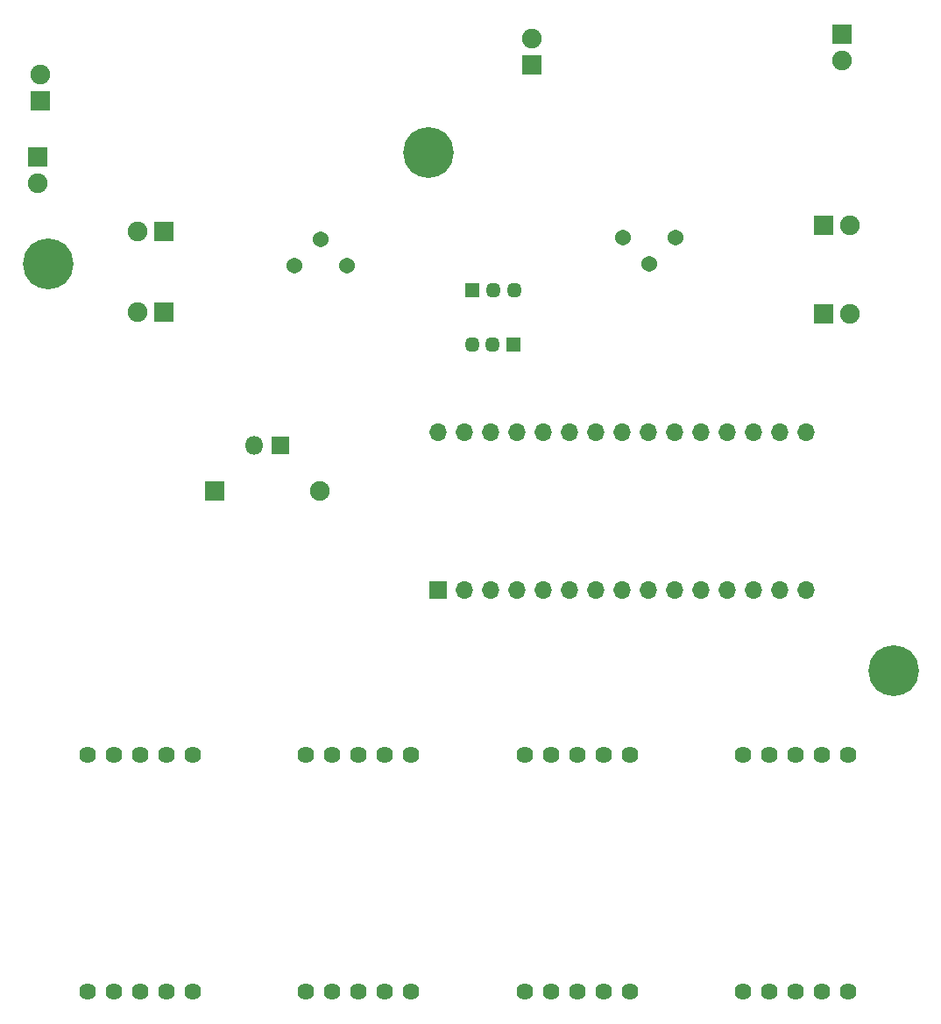
<source format=gbr>
%TF.GenerationSoftware,KiCad,Pcbnew,(5.1.6)-1*%
%TF.CreationDate,2020-12-04T16:37:21+02:00*%
%TF.ProjectId,Tahometrs,5461686f-6d65-4747-9273-2e6b69636164,rev?*%
%TF.SameCoordinates,Original*%
%TF.FileFunction,Soldermask,Bot*%
%TF.FilePolarity,Negative*%
%FSLAX46Y46*%
G04 Gerber Fmt 4.6, Leading zero omitted, Abs format (unit mm)*
G04 Created by KiCad (PCBNEW (5.1.6)-1) date 2020-12-04 16:37:21*
%MOMM*%
%LPD*%
G01*
G04 APERTURE LIST*
%ADD10C,4.900000*%
%ADD11R,1.700000X1.700000*%
%ADD12O,1.700000X1.700000*%
%ADD13R,1.900000X1.900000*%
%ADD14C,1.900000*%
%ADD15O,1.900000X1.900000*%
%ADD16O,1.450000X1.450000*%
%ADD17R,1.450000X1.450000*%
%ADD18C,1.540000*%
%ADD19C,1.624000*%
%ADD20R,1.800000X1.800000*%
%ADD21O,1.800000X1.800000*%
G04 APERTURE END LIST*
D10*
%TO.C,REF\u002A\u002A*%
X130750000Y-55750000D03*
%TD*%
%TO.C,REF\u002A\u002A*%
X167500000Y-45000000D03*
%TD*%
%TO.C,REF\u002A\u002A*%
X212500000Y-95000000D03*
%TD*%
D11*
%TO.C,A1*%
X168500000Y-87250000D03*
D12*
X201520000Y-72010000D03*
X171040000Y-87250000D03*
X198980000Y-72010000D03*
X173580000Y-87250000D03*
X196440000Y-72010000D03*
X176120000Y-87250000D03*
X193900000Y-72010000D03*
X178660000Y-87250000D03*
X191360000Y-72010000D03*
X181200000Y-87250000D03*
X188820000Y-72010000D03*
X183740000Y-87250000D03*
X186280000Y-72010000D03*
X186280000Y-87250000D03*
X183740000Y-72010000D03*
X188820000Y-87250000D03*
X181200000Y-72010000D03*
X191360000Y-87250000D03*
X178660000Y-72010000D03*
X193900000Y-87250000D03*
X176120000Y-72010000D03*
X196440000Y-87250000D03*
X173580000Y-72010000D03*
X198980000Y-87250000D03*
X171040000Y-72010000D03*
X201520000Y-87250000D03*
X168500000Y-72010000D03*
X204060000Y-87250000D03*
X204060000Y-72010000D03*
%TD*%
D13*
%TO.C,D2*%
X205710000Y-60550000D03*
D14*
X208250000Y-60550000D03*
%TD*%
%TO.C,D3*%
X130000000Y-37460000D03*
D13*
X130000000Y-40000000D03*
%TD*%
D14*
%TO.C,D4*%
X207500000Y-36100000D03*
D13*
X207500000Y-33560000D03*
%TD*%
%TO.C,D5*%
X146900000Y-77650000D03*
D15*
X157060000Y-77650000D03*
%TD*%
D16*
%TO.C,J1*%
X175800000Y-58250000D03*
X173800000Y-58250000D03*
D17*
X171800000Y-58250000D03*
%TD*%
%TO.C,J3*%
X175750000Y-63550000D03*
D16*
X173750000Y-63550000D03*
X171750000Y-63550000D03*
%TD*%
D18*
%TO.C,RV1*%
X154600000Y-55950000D03*
X157140000Y-53410000D03*
X159680000Y-55950000D03*
%TD*%
%TO.C,RV2*%
X186320000Y-53250000D03*
X188860000Y-55790000D03*
X191400000Y-53250000D03*
%TD*%
D19*
%TO.C,U1*%
X134600001Y-125990001D03*
X137140001Y-125990001D03*
X139680001Y-125990001D03*
X142220001Y-125990001D03*
X144760001Y-125990001D03*
X144760001Y-103130001D03*
X142220001Y-103130001D03*
X139680001Y-103130001D03*
X137140001Y-103130001D03*
X134600001Y-103130001D03*
%TD*%
%TO.C,U2*%
X155720001Y-103130001D03*
X158260001Y-103130001D03*
X160800001Y-103130001D03*
X163340001Y-103130001D03*
X165880001Y-103130001D03*
X165880001Y-125990001D03*
X163340001Y-125990001D03*
X160800001Y-125990001D03*
X158260001Y-125990001D03*
X155720001Y-125990001D03*
%TD*%
%TO.C,U3*%
X176840001Y-125990001D03*
X179380001Y-125990001D03*
X181920001Y-125990001D03*
X184460001Y-125990001D03*
X187000001Y-125990001D03*
X187000001Y-103130001D03*
X184460001Y-103130001D03*
X181920001Y-103130001D03*
X179380001Y-103130001D03*
X176840001Y-103130001D03*
%TD*%
%TO.C,U5*%
X197960001Y-103130001D03*
X200500001Y-103130001D03*
X203040001Y-103130001D03*
X205580001Y-103130001D03*
X208120001Y-103130001D03*
X208120001Y-125990001D03*
X205580001Y-125990001D03*
X203040001Y-125990001D03*
X200500001Y-125990001D03*
X197960001Y-125990001D03*
%TD*%
D20*
%TO.C,J2*%
X153250000Y-73300000D03*
D21*
X150710000Y-73300000D03*
%TD*%
D13*
%TO.C,D1*%
X141950000Y-60400000D03*
D14*
X139410000Y-60400000D03*
%TD*%
%TO.C,D6*%
X208300000Y-52050000D03*
D13*
X205760000Y-52050000D03*
%TD*%
%TO.C,D7*%
X142000000Y-52600000D03*
D14*
X139460000Y-52600000D03*
%TD*%
%TO.C,D8*%
X129750000Y-48000000D03*
D13*
X129750000Y-45460000D03*
%TD*%
%TO.C,D9*%
X177500000Y-36500000D03*
D14*
X177500000Y-33960000D03*
%TD*%
M02*

</source>
